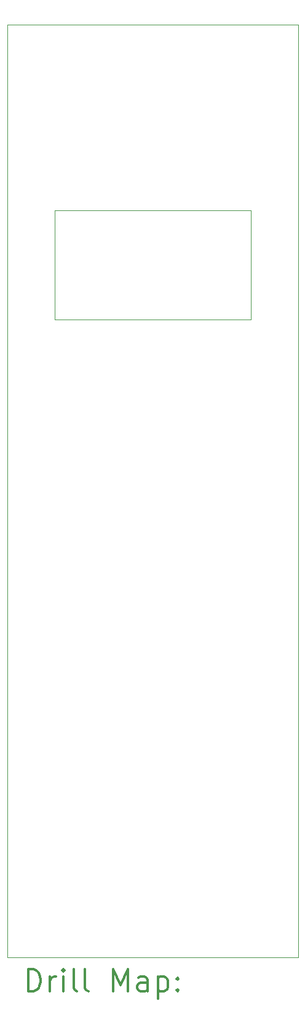
<source format=gbr>
%FSLAX45Y45*%
G04 Gerber Fmt 4.5, Leading zero omitted, Abs format (unit mm)*
G04 Created by KiCad (PCBNEW (5.1.9)-1) date 2021-04-12 22:44:53*
%MOMM*%
%LPD*%
G01*
G04 APERTURE LIST*
%TA.AperFunction,Profile*%
%ADD10C,0.050000*%
%TD*%
%ADD11C,0.200000*%
%ADD12C,0.300000*%
G04 APERTURE END LIST*
D10*
X19950000Y-7650000D02*
X19950000Y-6150000D01*
X22650000Y-7650000D02*
X19950000Y-7650000D01*
X22650000Y-6150000D02*
X22650000Y-7650000D01*
X19950000Y-6150000D02*
X22650000Y-6150000D01*
X23300000Y-3600000D02*
X23300000Y-16400000D01*
X19300000Y-3600000D02*
X23300000Y-3600000D01*
X23300000Y-16400000D02*
X19300000Y-16400000D01*
X19300000Y-16400000D02*
X19300000Y-3600000D01*
D11*
D12*
X19583928Y-16868214D02*
X19583928Y-16568214D01*
X19655357Y-16568214D01*
X19698214Y-16582500D01*
X19726786Y-16611071D01*
X19741071Y-16639643D01*
X19755357Y-16696786D01*
X19755357Y-16739643D01*
X19741071Y-16796786D01*
X19726786Y-16825357D01*
X19698214Y-16853929D01*
X19655357Y-16868214D01*
X19583928Y-16868214D01*
X19883928Y-16868214D02*
X19883928Y-16668214D01*
X19883928Y-16725357D02*
X19898214Y-16696786D01*
X19912500Y-16682500D01*
X19941071Y-16668214D01*
X19969643Y-16668214D01*
X20069643Y-16868214D02*
X20069643Y-16668214D01*
X20069643Y-16568214D02*
X20055357Y-16582500D01*
X20069643Y-16596786D01*
X20083928Y-16582500D01*
X20069643Y-16568214D01*
X20069643Y-16596786D01*
X20255357Y-16868214D02*
X20226786Y-16853929D01*
X20212500Y-16825357D01*
X20212500Y-16568214D01*
X20412500Y-16868214D02*
X20383928Y-16853929D01*
X20369643Y-16825357D01*
X20369643Y-16568214D01*
X20755357Y-16868214D02*
X20755357Y-16568214D01*
X20855357Y-16782500D01*
X20955357Y-16568214D01*
X20955357Y-16868214D01*
X21226786Y-16868214D02*
X21226786Y-16711071D01*
X21212500Y-16682500D01*
X21183928Y-16668214D01*
X21126786Y-16668214D01*
X21098214Y-16682500D01*
X21226786Y-16853929D02*
X21198214Y-16868214D01*
X21126786Y-16868214D01*
X21098214Y-16853929D01*
X21083928Y-16825357D01*
X21083928Y-16796786D01*
X21098214Y-16768214D01*
X21126786Y-16753929D01*
X21198214Y-16753929D01*
X21226786Y-16739643D01*
X21369643Y-16668214D02*
X21369643Y-16968214D01*
X21369643Y-16682500D02*
X21398214Y-16668214D01*
X21455357Y-16668214D01*
X21483928Y-16682500D01*
X21498214Y-16696786D01*
X21512500Y-16725357D01*
X21512500Y-16811072D01*
X21498214Y-16839643D01*
X21483928Y-16853929D01*
X21455357Y-16868214D01*
X21398214Y-16868214D01*
X21369643Y-16853929D01*
X21641071Y-16839643D02*
X21655357Y-16853929D01*
X21641071Y-16868214D01*
X21626786Y-16853929D01*
X21641071Y-16839643D01*
X21641071Y-16868214D01*
X21641071Y-16682500D02*
X21655357Y-16696786D01*
X21641071Y-16711071D01*
X21626786Y-16696786D01*
X21641071Y-16682500D01*
X21641071Y-16711071D01*
M02*

</source>
